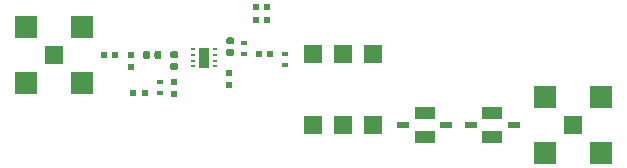
<source format=gtp>
G04 #@! TF.GenerationSoftware,KiCad,Pcbnew,(5.0.1)-4*
G04 #@! TF.CreationDate,2019-05-20T12:59:14-07:00*
G04 #@! TF.ProjectId,Tripler_circuit,547269706C65725F636972637569742E,rev?*
G04 #@! TF.SameCoordinates,Original*
G04 #@! TF.FileFunction,Paste,Top*
G04 #@! TF.FilePolarity,Positive*
%FSLAX46Y46*%
G04 Gerber Fmt 4.6, Leading zero omitted, Abs format (unit mm)*
G04 Created by KiCad (PCBNEW (5.0.1)-4) date 5/20/2019 12:59:14 PM*
%MOMM*%
%LPD*%
G01*
G04 APERTURE LIST*
%ADD10R,0.900000X1.700000*%
%ADD11R,0.450000X0.250000*%
%ADD12R,1.900000X1.900000*%
%ADD13R,1.500000X1.500000*%
%ADD14R,1.520000X1.650000*%
%ADD15R,0.990000X0.610000*%
%ADD16R,1.750000X0.990000*%
%ADD17C,0.200000*%
%ADD18C,0.590000*%
%ADD19R,0.600000X0.400000*%
%ADD20R,0.600000X0.500000*%
%ADD21R,0.500000X0.600000*%
G04 APERTURE END LIST*
D10*
G04 #@! TO.C,U2*
X116450000Y-89700000D03*
D11*
X117375000Y-88950000D03*
X117375000Y-89450000D03*
X117375000Y-89950000D03*
X117375000Y-90450000D03*
X115525000Y-90450000D03*
X115525000Y-89950000D03*
X115525000Y-89450000D03*
X115525000Y-88950000D03*
G04 #@! TD*
D12*
G04 #@! TO.C,CON1*
X106125000Y-87075000D03*
X106125000Y-91825000D03*
X101375000Y-91825000D03*
X101375000Y-87075000D03*
D13*
X103750000Y-89450000D03*
G04 #@! TD*
G04 #@! TO.C,CON2*
X147700000Y-95380000D03*
D12*
X145325000Y-93005000D03*
X145325000Y-97755000D03*
X150075000Y-97755000D03*
X150075000Y-93005000D03*
G04 #@! TD*
D14*
G04 #@! TO.C,U1*
X125685000Y-89405000D03*
X128225000Y-89405000D03*
X130765000Y-89405000D03*
X130765000Y-95375000D03*
X128225000Y-95375000D03*
X125685000Y-95375000D03*
G04 #@! TD*
D15*
G04 #@! TO.C,U3*
X133315000Y-95380000D03*
D16*
X135130000Y-96395000D03*
D15*
X136945000Y-95380000D03*
D16*
X135130000Y-94365000D03*
G04 #@! TD*
G04 #@! TO.C,U5*
X140850000Y-94355000D03*
D15*
X142665000Y-95370000D03*
D16*
X140850000Y-96385000D03*
D15*
X139035000Y-95370000D03*
G04 #@! TD*
D17*
G04 #@! TO.C,L1*
G36*
X112696958Y-89155710D02*
X112711276Y-89157834D01*
X112725317Y-89161351D01*
X112738946Y-89166228D01*
X112752031Y-89172417D01*
X112764447Y-89179858D01*
X112776073Y-89188481D01*
X112786798Y-89198202D01*
X112796519Y-89208927D01*
X112805142Y-89220553D01*
X112812583Y-89232969D01*
X112818772Y-89246054D01*
X112823649Y-89259683D01*
X112827166Y-89273724D01*
X112829290Y-89288042D01*
X112830000Y-89302500D01*
X112830000Y-89647500D01*
X112829290Y-89661958D01*
X112827166Y-89676276D01*
X112823649Y-89690317D01*
X112818772Y-89703946D01*
X112812583Y-89717031D01*
X112805142Y-89729447D01*
X112796519Y-89741073D01*
X112786798Y-89751798D01*
X112776073Y-89761519D01*
X112764447Y-89770142D01*
X112752031Y-89777583D01*
X112738946Y-89783772D01*
X112725317Y-89788649D01*
X112711276Y-89792166D01*
X112696958Y-89794290D01*
X112682500Y-89795000D01*
X112387500Y-89795000D01*
X112373042Y-89794290D01*
X112358724Y-89792166D01*
X112344683Y-89788649D01*
X112331054Y-89783772D01*
X112317969Y-89777583D01*
X112305553Y-89770142D01*
X112293927Y-89761519D01*
X112283202Y-89751798D01*
X112273481Y-89741073D01*
X112264858Y-89729447D01*
X112257417Y-89717031D01*
X112251228Y-89703946D01*
X112246351Y-89690317D01*
X112242834Y-89676276D01*
X112240710Y-89661958D01*
X112240000Y-89647500D01*
X112240000Y-89302500D01*
X112240710Y-89288042D01*
X112242834Y-89273724D01*
X112246351Y-89259683D01*
X112251228Y-89246054D01*
X112257417Y-89232969D01*
X112264858Y-89220553D01*
X112273481Y-89208927D01*
X112283202Y-89198202D01*
X112293927Y-89188481D01*
X112305553Y-89179858D01*
X112317969Y-89172417D01*
X112331054Y-89166228D01*
X112344683Y-89161351D01*
X112358724Y-89157834D01*
X112373042Y-89155710D01*
X112387500Y-89155000D01*
X112682500Y-89155000D01*
X112696958Y-89155710D01*
X112696958Y-89155710D01*
G37*
D18*
X112535000Y-89475000D03*
D17*
G36*
X111726958Y-89155710D02*
X111741276Y-89157834D01*
X111755317Y-89161351D01*
X111768946Y-89166228D01*
X111782031Y-89172417D01*
X111794447Y-89179858D01*
X111806073Y-89188481D01*
X111816798Y-89198202D01*
X111826519Y-89208927D01*
X111835142Y-89220553D01*
X111842583Y-89232969D01*
X111848772Y-89246054D01*
X111853649Y-89259683D01*
X111857166Y-89273724D01*
X111859290Y-89288042D01*
X111860000Y-89302500D01*
X111860000Y-89647500D01*
X111859290Y-89661958D01*
X111857166Y-89676276D01*
X111853649Y-89690317D01*
X111848772Y-89703946D01*
X111842583Y-89717031D01*
X111835142Y-89729447D01*
X111826519Y-89741073D01*
X111816798Y-89751798D01*
X111806073Y-89761519D01*
X111794447Y-89770142D01*
X111782031Y-89777583D01*
X111768946Y-89783772D01*
X111755317Y-89788649D01*
X111741276Y-89792166D01*
X111726958Y-89794290D01*
X111712500Y-89795000D01*
X111417500Y-89795000D01*
X111403042Y-89794290D01*
X111388724Y-89792166D01*
X111374683Y-89788649D01*
X111361054Y-89783772D01*
X111347969Y-89777583D01*
X111335553Y-89770142D01*
X111323927Y-89761519D01*
X111313202Y-89751798D01*
X111303481Y-89741073D01*
X111294858Y-89729447D01*
X111287417Y-89717031D01*
X111281228Y-89703946D01*
X111276351Y-89690317D01*
X111272834Y-89676276D01*
X111270710Y-89661958D01*
X111270000Y-89647500D01*
X111270000Y-89302500D01*
X111270710Y-89288042D01*
X111272834Y-89273724D01*
X111276351Y-89259683D01*
X111281228Y-89246054D01*
X111287417Y-89232969D01*
X111294858Y-89220553D01*
X111303481Y-89208927D01*
X111313202Y-89198202D01*
X111323927Y-89188481D01*
X111335553Y-89179858D01*
X111347969Y-89172417D01*
X111361054Y-89166228D01*
X111374683Y-89161351D01*
X111388724Y-89157834D01*
X111403042Y-89155710D01*
X111417500Y-89155000D01*
X111712500Y-89155000D01*
X111726958Y-89155710D01*
X111726958Y-89155710D01*
G37*
D18*
X111565000Y-89475000D03*
G04 #@! TD*
D19*
G04 #@! TO.C,R2*
X119850000Y-89400000D03*
X119850000Y-88500000D03*
G04 #@! TD*
G04 #@! TO.C,R3*
X123250000Y-89400000D03*
X123250000Y-90300000D03*
G04 #@! TD*
D20*
G04 #@! TO.C,C1*
X108925000Y-89450000D03*
X107925000Y-89450000D03*
G04 #@! TD*
D21*
G04 #@! TO.C,C2*
X110275000Y-89475000D03*
X110275000Y-90475000D03*
G04 #@! TD*
G04 #@! TO.C,C3*
X113900000Y-91750000D03*
X113900000Y-92750000D03*
G04 #@! TD*
G04 #@! TO.C,C4*
X118525000Y-91025000D03*
X118525000Y-92025000D03*
G04 #@! TD*
D20*
G04 #@! TO.C,C5*
X111450000Y-92675000D03*
X110450000Y-92675000D03*
G04 #@! TD*
G04 #@! TO.C,C6*
X120800000Y-86475000D03*
X121800000Y-86475000D03*
G04 #@! TD*
G04 #@! TO.C,C7*
X121800000Y-85400000D03*
X120800000Y-85400000D03*
G04 #@! TD*
G04 #@! TO.C,C8*
X121050000Y-89400000D03*
X122050000Y-89400000D03*
G04 #@! TD*
D17*
G04 #@! TO.C,L2*
G36*
X114086958Y-89170710D02*
X114101276Y-89172834D01*
X114115317Y-89176351D01*
X114128946Y-89181228D01*
X114142031Y-89187417D01*
X114154447Y-89194858D01*
X114166073Y-89203481D01*
X114176798Y-89213202D01*
X114186519Y-89223927D01*
X114195142Y-89235553D01*
X114202583Y-89247969D01*
X114208772Y-89261054D01*
X114213649Y-89274683D01*
X114217166Y-89288724D01*
X114219290Y-89303042D01*
X114220000Y-89317500D01*
X114220000Y-89612500D01*
X114219290Y-89626958D01*
X114217166Y-89641276D01*
X114213649Y-89655317D01*
X114208772Y-89668946D01*
X114202583Y-89682031D01*
X114195142Y-89694447D01*
X114186519Y-89706073D01*
X114176798Y-89716798D01*
X114166073Y-89726519D01*
X114154447Y-89735142D01*
X114142031Y-89742583D01*
X114128946Y-89748772D01*
X114115317Y-89753649D01*
X114101276Y-89757166D01*
X114086958Y-89759290D01*
X114072500Y-89760000D01*
X113727500Y-89760000D01*
X113713042Y-89759290D01*
X113698724Y-89757166D01*
X113684683Y-89753649D01*
X113671054Y-89748772D01*
X113657969Y-89742583D01*
X113645553Y-89735142D01*
X113633927Y-89726519D01*
X113623202Y-89716798D01*
X113613481Y-89706073D01*
X113604858Y-89694447D01*
X113597417Y-89682031D01*
X113591228Y-89668946D01*
X113586351Y-89655317D01*
X113582834Y-89641276D01*
X113580710Y-89626958D01*
X113580000Y-89612500D01*
X113580000Y-89317500D01*
X113580710Y-89303042D01*
X113582834Y-89288724D01*
X113586351Y-89274683D01*
X113591228Y-89261054D01*
X113597417Y-89247969D01*
X113604858Y-89235553D01*
X113613481Y-89223927D01*
X113623202Y-89213202D01*
X113633927Y-89203481D01*
X113645553Y-89194858D01*
X113657969Y-89187417D01*
X113671054Y-89181228D01*
X113684683Y-89176351D01*
X113698724Y-89172834D01*
X113713042Y-89170710D01*
X113727500Y-89170000D01*
X114072500Y-89170000D01*
X114086958Y-89170710D01*
X114086958Y-89170710D01*
G37*
D18*
X113900000Y-89465000D03*
D17*
G36*
X114086958Y-90140710D02*
X114101276Y-90142834D01*
X114115317Y-90146351D01*
X114128946Y-90151228D01*
X114142031Y-90157417D01*
X114154447Y-90164858D01*
X114166073Y-90173481D01*
X114176798Y-90183202D01*
X114186519Y-90193927D01*
X114195142Y-90205553D01*
X114202583Y-90217969D01*
X114208772Y-90231054D01*
X114213649Y-90244683D01*
X114217166Y-90258724D01*
X114219290Y-90273042D01*
X114220000Y-90287500D01*
X114220000Y-90582500D01*
X114219290Y-90596958D01*
X114217166Y-90611276D01*
X114213649Y-90625317D01*
X114208772Y-90638946D01*
X114202583Y-90652031D01*
X114195142Y-90664447D01*
X114186519Y-90676073D01*
X114176798Y-90686798D01*
X114166073Y-90696519D01*
X114154447Y-90705142D01*
X114142031Y-90712583D01*
X114128946Y-90718772D01*
X114115317Y-90723649D01*
X114101276Y-90727166D01*
X114086958Y-90729290D01*
X114072500Y-90730000D01*
X113727500Y-90730000D01*
X113713042Y-90729290D01*
X113698724Y-90727166D01*
X113684683Y-90723649D01*
X113671054Y-90718772D01*
X113657969Y-90712583D01*
X113645553Y-90705142D01*
X113633927Y-90696519D01*
X113623202Y-90686798D01*
X113613481Y-90676073D01*
X113604858Y-90664447D01*
X113597417Y-90652031D01*
X113591228Y-90638946D01*
X113586351Y-90625317D01*
X113582834Y-90611276D01*
X113580710Y-90596958D01*
X113580000Y-90582500D01*
X113580000Y-90287500D01*
X113580710Y-90273042D01*
X113582834Y-90258724D01*
X113586351Y-90244683D01*
X113591228Y-90231054D01*
X113597417Y-90217969D01*
X113604858Y-90205553D01*
X113613481Y-90193927D01*
X113623202Y-90183202D01*
X113633927Y-90173481D01*
X113645553Y-90164858D01*
X113657969Y-90157417D01*
X113671054Y-90151228D01*
X113684683Y-90146351D01*
X113698724Y-90142834D01*
X113713042Y-90140710D01*
X113727500Y-90140000D01*
X114072500Y-90140000D01*
X114086958Y-90140710D01*
X114086958Y-90140710D01*
G37*
D18*
X113900000Y-90435000D03*
G04 #@! TD*
D17*
G04 #@! TO.C,L3*
G36*
X118836958Y-88965710D02*
X118851276Y-88967834D01*
X118865317Y-88971351D01*
X118878946Y-88976228D01*
X118892031Y-88982417D01*
X118904447Y-88989858D01*
X118916073Y-88998481D01*
X118926798Y-89008202D01*
X118936519Y-89018927D01*
X118945142Y-89030553D01*
X118952583Y-89042969D01*
X118958772Y-89056054D01*
X118963649Y-89069683D01*
X118967166Y-89083724D01*
X118969290Y-89098042D01*
X118970000Y-89112500D01*
X118970000Y-89407500D01*
X118969290Y-89421958D01*
X118967166Y-89436276D01*
X118963649Y-89450317D01*
X118958772Y-89463946D01*
X118952583Y-89477031D01*
X118945142Y-89489447D01*
X118936519Y-89501073D01*
X118926798Y-89511798D01*
X118916073Y-89521519D01*
X118904447Y-89530142D01*
X118892031Y-89537583D01*
X118878946Y-89543772D01*
X118865317Y-89548649D01*
X118851276Y-89552166D01*
X118836958Y-89554290D01*
X118822500Y-89555000D01*
X118477500Y-89555000D01*
X118463042Y-89554290D01*
X118448724Y-89552166D01*
X118434683Y-89548649D01*
X118421054Y-89543772D01*
X118407969Y-89537583D01*
X118395553Y-89530142D01*
X118383927Y-89521519D01*
X118373202Y-89511798D01*
X118363481Y-89501073D01*
X118354858Y-89489447D01*
X118347417Y-89477031D01*
X118341228Y-89463946D01*
X118336351Y-89450317D01*
X118332834Y-89436276D01*
X118330710Y-89421958D01*
X118330000Y-89407500D01*
X118330000Y-89112500D01*
X118330710Y-89098042D01*
X118332834Y-89083724D01*
X118336351Y-89069683D01*
X118341228Y-89056054D01*
X118347417Y-89042969D01*
X118354858Y-89030553D01*
X118363481Y-89018927D01*
X118373202Y-89008202D01*
X118383927Y-88998481D01*
X118395553Y-88989858D01*
X118407969Y-88982417D01*
X118421054Y-88976228D01*
X118434683Y-88971351D01*
X118448724Y-88967834D01*
X118463042Y-88965710D01*
X118477500Y-88965000D01*
X118822500Y-88965000D01*
X118836958Y-88965710D01*
X118836958Y-88965710D01*
G37*
D18*
X118650000Y-89260000D03*
D17*
G36*
X118836958Y-87995710D02*
X118851276Y-87997834D01*
X118865317Y-88001351D01*
X118878946Y-88006228D01*
X118892031Y-88012417D01*
X118904447Y-88019858D01*
X118916073Y-88028481D01*
X118926798Y-88038202D01*
X118936519Y-88048927D01*
X118945142Y-88060553D01*
X118952583Y-88072969D01*
X118958772Y-88086054D01*
X118963649Y-88099683D01*
X118967166Y-88113724D01*
X118969290Y-88128042D01*
X118970000Y-88142500D01*
X118970000Y-88437500D01*
X118969290Y-88451958D01*
X118967166Y-88466276D01*
X118963649Y-88480317D01*
X118958772Y-88493946D01*
X118952583Y-88507031D01*
X118945142Y-88519447D01*
X118936519Y-88531073D01*
X118926798Y-88541798D01*
X118916073Y-88551519D01*
X118904447Y-88560142D01*
X118892031Y-88567583D01*
X118878946Y-88573772D01*
X118865317Y-88578649D01*
X118851276Y-88582166D01*
X118836958Y-88584290D01*
X118822500Y-88585000D01*
X118477500Y-88585000D01*
X118463042Y-88584290D01*
X118448724Y-88582166D01*
X118434683Y-88578649D01*
X118421054Y-88573772D01*
X118407969Y-88567583D01*
X118395553Y-88560142D01*
X118383927Y-88551519D01*
X118373202Y-88541798D01*
X118363481Y-88531073D01*
X118354858Y-88519447D01*
X118347417Y-88507031D01*
X118341228Y-88493946D01*
X118336351Y-88480317D01*
X118332834Y-88466276D01*
X118330710Y-88451958D01*
X118330000Y-88437500D01*
X118330000Y-88142500D01*
X118330710Y-88128042D01*
X118332834Y-88113724D01*
X118336351Y-88099683D01*
X118341228Y-88086054D01*
X118347417Y-88072969D01*
X118354858Y-88060553D01*
X118363481Y-88048927D01*
X118373202Y-88038202D01*
X118383927Y-88028481D01*
X118395553Y-88019858D01*
X118407969Y-88012417D01*
X118421054Y-88006228D01*
X118434683Y-88001351D01*
X118448724Y-87997834D01*
X118463042Y-87995710D01*
X118477500Y-87995000D01*
X118822500Y-87995000D01*
X118836958Y-87995710D01*
X118836958Y-87995710D01*
G37*
D18*
X118650000Y-88290000D03*
G04 #@! TD*
D19*
G04 #@! TO.C,R1*
X112725000Y-92675000D03*
X112725000Y-91775000D03*
G04 #@! TD*
M02*

</source>
